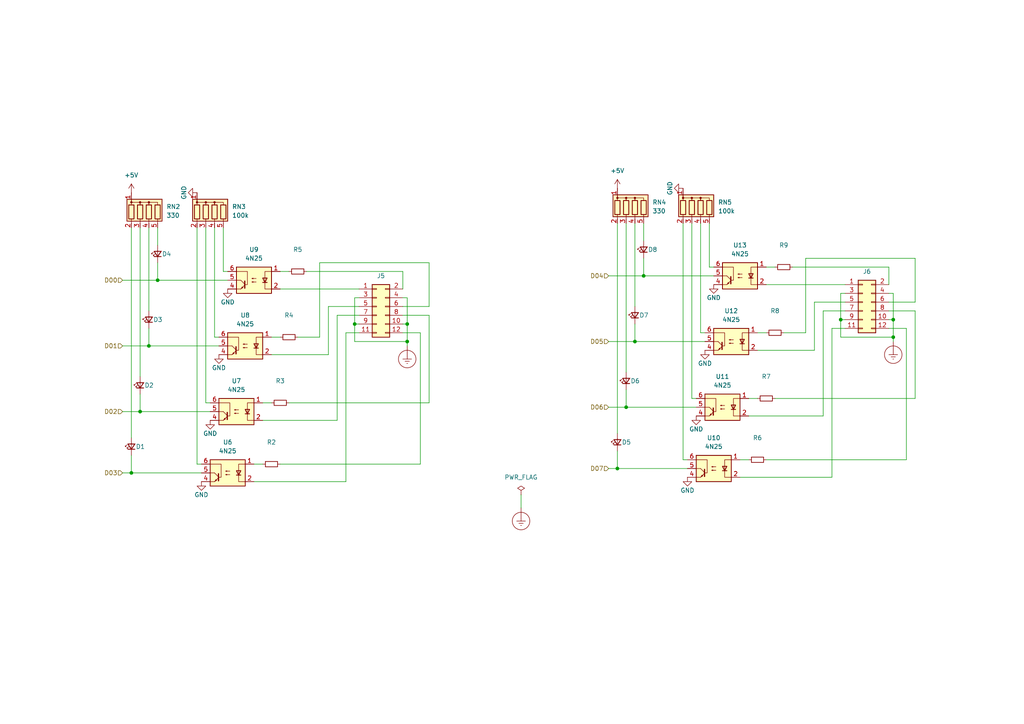
<source format=kicad_sch>
(kicad_sch (version 20211123) (generator eeschema)
  (paper "A4")
  (lib_symbols
    (symbol "Connector_Generic:Conn_02x06_Odd_Even" (pin_names (offset 1.016) hide)
      (property "Reference" "J" (at 1.27 7.62 0))
      (property "Value" "Conn_02x06_Odd_Even" (at 1.27 -10.16 0))
      (symbol "Conn_02x06_Odd_Even_1_1"
        (rectangle (start -1.27 -7.493) (end 0 -7.747) (stroke (width 0.1524)))
        (rectangle (start -1.27 -4.953) (end 0 -5.207) (stroke (width 0.1524)))
        (rectangle (start -1.27 -2.413) (end 0 -2.667) (stroke (width 0.1524)))
        (rectangle (start -1.27 0.127) (end 0 -0.127) (stroke (width 0.1524)))
        (rectangle (start -1.27 2.667) (end 0 2.413) (stroke (width 0.1524)))
        (rectangle (start -1.27 5.207) (end 0 4.953) (stroke (width 0.1524)))
        (rectangle (start -1.27 6.35) (end 3.81 -8.89) (stroke (width 0.254)) (fill (type background)))
        (rectangle (start 3.81 -7.493) (end 2.54 -7.747) (stroke (width 0.1524)))
        (rectangle (start 3.81 -4.953) (end 2.54 -5.207) (stroke (width 0.1524)))
        (rectangle (start 3.81 -2.413) (end 2.54 -2.667) (stroke (width 0.1524)))
        (rectangle (start 3.81 0.127) (end 2.54 -0.127) (stroke (width 0.1524)))
        (rectangle (start 3.81 2.667) (end 2.54 2.413) (stroke (width 0.1524)))
        (rectangle (start 3.81 5.207) (end 2.54 4.953) (stroke (width 0.1524)))
        (pin passive line (at -5.08 5.08 0) (length 3.81) (name "Pin_1") (number "1"))
        (pin passive line (at 7.62 -5.08 180) (length 3.81) (name "Pin_10") (number "10"))
        (pin passive line (at -5.08 -7.62 0) (length 3.81) (name "Pin_11") (number "11"))
        (pin passive line (at 7.62 -7.62 180) (length 3.81) (name "Pin_12") (number "12"))
        (pin passive line (at 7.62 5.08 180) (length 3.81) (name "Pin_2") (number "2"))
        (pin passive line (at -5.08 2.54 0) (length 3.81) (name "Pin_3") (number "3"))
        (pin passive line (at 7.62 2.54 180) (length 3.81) (name "Pin_4") (number "4"))
        (pin passive line (at -5.08 0 0) (length 3.81) (name "Pin_5") (number "5"))
        (pin passive line (at 7.62 0 180) (length 3.81) (name "Pin_6") (number "6"))
        (pin passive line (at -5.08 -2.54 0) (length 3.81) (name "Pin_7") (number "7"))
        (pin passive line (at 7.62 -2.54 180) (length 3.81) (name "Pin_8") (number "8"))
        (pin passive line (at -5.08 -5.08 0) (length 3.81) (name "Pin_9") (number "9"))
      )
    )
    (symbol "Device:LED_Small" (pin_numbers hide) (pin_names (offset 0.254) hide)
      (property "Reference" "D" (at -1.27 3.175 0))
      (property "Value" "LED_Small" (at -4.445 -2.54 0))
      (symbol "LED_Small_0_1"
        (polyline (pts (xy -0.762 -1.016) (xy -0.762 1.016)) (stroke (width 0.254)))
        (polyline (pts (xy 1.016 0) (xy -0.762 0)))
        (polyline (pts (xy 0.762 -1.016) (xy -0.762 0) (xy 0.762 1.016) (xy 0.762 -1.016)) (stroke (width 0.254)))
        (polyline (pts (xy 0 0.762) (xy -0.508 1.27) (xy -0.254 1.27) (xy -0.508 1.27) (xy -0.508 1.016)))
        (polyline (pts (xy 0.508 1.27) (xy 0 1.778) (xy 0.254 1.778) (xy 0 1.778) (xy 0 1.524)))
      )
      (symbol "LED_Small_1_1"
        (pin passive line (at -2.54 0 0) (length 1.778) (name "K") (number "1"))
        (pin passive line (at 2.54 0 180) (length 1.778) (name "A") (number "2"))
      )
    )
    (symbol "Device:R_Network04" (pin_names (offset 0) hide)
      (property "Reference" "RN" (at -7.62 0 90))
      (property "Value" "R_Network04" (at 5.08 0 90))
      (symbol "R_Network04_0_1"
        (rectangle (start -6.35 -3.175) (end 3.81 3.175) (stroke (width 0.254)) (fill (type background)))
        (rectangle (start -5.842 1.524) (end -4.318 -2.54) (stroke (width 0.254)))
        (circle (center -5.08 2.286) (radius 0.254) (fill (type outline)))
        (rectangle (start -3.302 1.524) (end -1.778 -2.54) (stroke (width 0.254)))
        (circle (center -2.54 2.286) (radius 0.254) (fill (type outline)))
        (rectangle (start -0.762 1.524) (end 0.762 -2.54) (stroke (width 0.254)))
        (polyline (pts (xy -5.08 -2.54) (xy -5.08 -3.81)))
        (polyline (pts (xy -2.54 -2.54) (xy -2.54 -3.81)))
        (polyline (pts (xy 0 -2.54) (xy 0 -3.81)))
        (polyline (pts (xy 2.54 -2.54) (xy 2.54 -3.81)))
        (polyline (pts (xy -5.08 1.524) (xy -5.08 2.286) (xy -2.54 2.286) (xy -2.54 1.524)))
        (polyline (pts (xy -2.54 1.524) (xy -2.54 2.286) (xy 0 2.286) (xy 0 1.524)))
        (polyline (pts (xy 0 1.524) (xy 0 2.286) (xy 2.54 2.286) (xy 2.54 1.524)))
        (circle (center 0 2.286) (radius 0.254) (fill (type outline)))
        (rectangle (start 1.778 1.524) (end 3.302 -2.54) (stroke (width 0.254)))
      )
      (symbol "R_Network04_1_1"
        (pin passive line (at -5.08 5.08 270) (length 2.54) (name "common") (number "1"))
        (pin passive line (at -5.08 -5.08 90) (length 1.27) (name "R1") (number "2"))
        (pin passive line (at -2.54 -5.08 90) (length 1.27) (name "R2") (number "3"))
        (pin passive line (at 0 -5.08 90) (length 1.27) (name "R3") (number "4"))
        (pin passive line (at 2.54 -5.08 90) (length 1.27) (name "R4") (number "5"))
      )
    )
    (symbol "Device:R_Small" (pin_numbers hide) (pin_names (offset 0.254) hide)
      (property "Reference" "R" (at 0.762 0.508 0))
      (property "Value" "R_Small" (at 0.762 -1.016 0))
      (symbol "R_Small_0_1"
        (rectangle (start -0.762 1.778) (end 0.762 -1.778) (stroke (width 0.2032)))
      )
      (symbol "R_Small_1_1"
        (pin passive line (at 0 2.54 270) (length 0.762) (name "~") (number "1"))
        (pin passive line (at 0 -2.54 90) (length 0.762) (name "~") (number "2"))
      )
    )
    (symbol "Isolator:4N25" (pin_names (offset 1.016))
      (property "Reference" "U" (at -5.08 5.08 0))
      (property "Value" "4N25" (at 0 5.08 0))
      (symbol "4N25_0_1"
        (rectangle (start -5.08 3.81) (end 5.08 -3.81) (stroke (width 0.254)) (fill (type background)))
        (polyline (pts (xy -3.81 -0.635) (xy -2.54 -0.635)) (stroke (width 0.254)))
        (polyline (pts (xy 2.667 -1.397) (xy 3.81 -2.54)))
        (polyline (pts (xy 2.667 -1.143) (xy 3.81 0)))
        (polyline (pts (xy 3.81 -2.54) (xy 5.08 -2.54)))
        (polyline (pts (xy 3.81 0) (xy 5.08 0)))
        (polyline (pts (xy 2.667 -0.254) (xy 2.667 -2.286) (xy 2.667 -2.286)) (stroke (width 0.3556)))
        (polyline (pts (xy -5.08 -2.54) (xy -3.175 -2.54) (xy -3.175 2.54) (xy -5.08 2.54)))
        (polyline (pts (xy -3.175 -0.635) (xy -3.81 0.635) (xy -2.54 0.635) (xy -3.175 -0.635)) (stroke (width 0.254)))
        (polyline (pts (xy 3.683 -2.413) (xy 3.429 -1.905) (xy 3.175 -2.159) (xy 3.683 -2.413)))
        (polyline (pts (xy 5.08 2.54) (xy 1.905 2.54) (xy 1.905 -1.27) (xy 2.54 -1.27)))
        (polyline (pts (xy -0.635 -0.508) (xy 0.635 -0.508) (xy 0.254 -0.635) (xy 0.254 -0.381) (xy 0.635 -0.508)))
        (polyline (pts (xy -0.635 0.508) (xy 0.635 0.508) (xy 0.254 0.381) (xy 0.254 0.635) (xy 0.635 0.508)))
      )
      (symbol "4N25_1_1"
        (pin passive line (at -7.62 2.54 0) (length 2.54) (name "~") (number "1"))
        (pin passive line (at -7.62 -2.54 0) (length 2.54) (name "~") (number "2"))
        (pin no_connect line (at -5.08 0 0) (length 2.54) hide (name "NC") (number "3"))
        (pin passive line (at 7.62 -2.54 180) (length 2.54) (name "~") (number "4"))
        (pin passive line (at 7.62 0 180) (length 2.54) (name "~") (number "5"))
        (pin passive line (at 7.62 2.54 180) (length 2.54) (name "~") (number "6"))
      )
    )
    (symbol "power:+5V" (power) (pin_names (offset 0))
      (property "Value" "+5V" (at 0 3.556 0))
      (symbol "+5V_0_1"
        (polyline (pts (xy -0.762 1.27) (xy 0 2.54)))
        (polyline (pts (xy 0 0) (xy 0 2.54)))
        (polyline (pts (xy 0 2.54) (xy 0.762 1.27)))
      )
      (symbol "+5V_1_1"
        (pin power_in line (at 0 0 90) (length 0) hide (name "+5V") (number "1"))
      )
    )
    (symbol "power:Earth_Protective" (power) (pin_names (offset 0))
      (symbol "Earth_Protective_0_1"
        (circle (center 0 -3.81) (radius 2.54))
        (polyline (pts (xy -0.635 -4.445) (xy 0.635 -4.445)))
        (polyline (pts (xy -0.127 -5.08) (xy 0.127 -5.08)))
        (polyline (pts (xy 0 -3.81) (xy 0 0)))
        (polyline (pts (xy 1.27 -3.81) (xy -1.27 -3.81)))
      )
      (symbol "Earth_Protective_1_1"
        (pin power_in line (at 0 0 270) (length 0) hide (name "Earth_Protective") (number "1"))
      )
    )
    (symbol "power:GND" (power) (pin_names (offset 0))
      (property "Value" "GND" (at 0 -3.81 0))
      (symbol "GND_0_1"
        (polyline (pts (xy 0 0) (xy 0 -1.27) (xy 1.27 -1.27) (xy 0 -2.54) (xy -1.27 -1.27) (xy 0 -1.27)))
      )
      (symbol "GND_1_1"
        (pin power_in line (at 0 0 270) (length 0) hide (name "GND") (number "1"))
      )
    )
    (symbol "power:PWR_FLAG" (power) (pin_numbers hide) (pin_names (offset 0) hide)
      (property "Value" "PWR_FLAG" (at 0 3.81 0))
      (symbol "PWR_FLAG_0_0"
        (pin power_out line (at 0 0 90) (length 0) (name "pwr") (number "1"))
      )
      (symbol "PWR_FLAG_0_1"
        (polyline (pts (xy 0 0) (xy 0 1.27) (xy -1.016 1.905) (xy 0 2.54) (xy 1.016 1.905) (xy 0 1.27)))
      )
    )
  )
  (junction (at 118.11 99.06))
  (junction (at 181.61 118.11))
  (junction (at 38.1 137.16))
  (junction (at 179.07 135.89))
  (junction (at 186.69 80.01))
  (junction (at 45.72 81.28))
  (junction (at 102.87 93.98))
  (junction (at 259.08 97.79))
  (junction (at 43.18 100.33))
  (junction (at 118.11 93.98))
  (junction (at 184.15 99.06))
  (junction (at 243.84 92.71))
  (junction (at 40.64 119.38))
  (junction (at 259.08 92.71))
  (wire (pts (xy 104.14 86.36) (xy 102.87 86.36)))
  (wire (pts (xy 121.92 96.52) (xy 121.92 134.62)))
  (wire (pts (xy 259.08 85.09) (xy 259.08 92.71)))
  (wire (pts (xy 100.33 139.7) (xy 73.66 139.7)))
  (wire (pts (xy 205.74 77.47) (xy 207.01 77.47)))
  (wire (pts (xy 95.25 88.9) (xy 95.25 102.87)))
  (wire (pts (xy 95.25 88.9) (xy 104.14 88.9)))
  (wire (pts (xy 184.15 99.06) (xy 204.47 99.06)))
  (wire (pts (xy 40.64 66.04) (xy 40.64 109.22)))
  (wire (pts (xy 43.18 100.33) (xy 63.5 100.33)))
  (wire (pts (xy 78.74 97.79) (xy 81.28 97.79)))
  (wire (pts (xy 45.72 76.2) (xy 45.72 81.28)))
  (wire (pts (xy 35.56 119.38) (xy 40.64 119.38)))
  (wire (pts (xy 262.89 133.35) (xy 222.25 133.35)))
  (wire (pts (xy 245.11 85.09) (xy 243.84 85.09)))
  (wire (pts (xy 116.84 78.74) (xy 116.84 83.82)))
  (wire (pts (xy 45.72 81.28) (xy 66.04 81.28)))
  (wire (pts (xy 241.3 138.43) (xy 214.63 138.43)))
  (wire (pts (xy 236.22 87.63) (xy 236.22 101.6)))
  (wire (pts (xy 64.77 66.04) (xy 64.77 78.74)))
  (wire (pts (xy 236.22 101.6) (xy 219.71 101.6)))
  (wire (pts (xy 243.84 92.71) (xy 243.84 97.79)))
  (wire (pts (xy 176.53 135.89) (xy 179.07 135.89)))
  (wire (pts (xy 116.84 96.52) (xy 121.92 96.52)))
  (wire (pts (xy 181.61 118.11) (xy 201.93 118.11)))
  (wire (pts (xy 116.84 93.98) (xy 118.11 93.98)))
  (wire (pts (xy 198.12 133.35) (xy 199.39 133.35)))
  (wire (pts (xy 38.1 132.08) (xy 38.1 137.16)))
  (wire (pts (xy 100.33 96.52) (xy 100.33 139.7)))
  (wire (pts (xy 83.82 116.84) (xy 124.46 116.84)))
  (wire (pts (xy 257.81 92.71) (xy 259.08 92.71)))
  (wire (pts (xy 176.53 80.01) (xy 186.69 80.01)))
  (wire (pts (xy 243.84 92.71) (xy 245.11 92.71)))
  (wire (pts (xy 245.11 95.25) (xy 241.3 95.25)))
  (wire (pts (xy 59.69 66.04) (xy 59.69 116.84)))
  (wire (pts (xy 205.74 64.77) (xy 205.74 77.47)))
  (wire (pts (xy 118.11 99.06) (xy 118.11 100.33)))
  (wire (pts (xy 118.11 93.98) (xy 118.11 99.06)))
  (wire (pts (xy 257.81 87.63) (xy 265.43 87.63)))
  (wire (pts (xy 179.07 64.77) (xy 179.07 125.73)))
  (wire (pts (xy 102.87 93.98) (xy 104.14 93.98)))
  (wire (pts (xy 181.61 113.03) (xy 181.61 118.11)))
  (wire (pts (xy 81.28 83.82) (xy 104.14 83.82)))
  (wire (pts (xy 104.14 96.52) (xy 100.33 96.52)))
  (wire (pts (xy 233.68 96.52) (xy 227.33 96.52)))
  (wire (pts (xy 124.46 91.44) (xy 124.46 116.84)))
  (wire (pts (xy 184.15 64.77) (xy 184.15 88.9)))
  (wire (pts (xy 35.56 100.33) (xy 43.18 100.33)))
  (wire (pts (xy 257.81 95.25) (xy 262.89 95.25)))
  (wire (pts (xy 229.87 77.47) (xy 257.81 77.47)))
  (wire (pts (xy 102.87 99.06) (xy 118.11 99.06)))
  (wire (pts (xy 203.2 64.77) (xy 203.2 96.52)))
  (wire (pts (xy 186.69 64.77) (xy 186.69 69.85)))
  (wire (pts (xy 35.56 137.16) (xy 38.1 137.16)))
  (wire (pts (xy 102.87 86.36) (xy 102.87 93.98)))
  (wire (pts (xy 102.87 93.98) (xy 102.87 99.06)))
  (wire (pts (xy 38.1 66.04) (xy 38.1 127)))
  (wire (pts (xy 40.64 114.3) (xy 40.64 119.38)))
  (wire (pts (xy 259.08 97.79) (xy 259.08 99.06)))
  (wire (pts (xy 118.11 86.36) (xy 118.11 93.98)))
  (wire (pts (xy 238.76 90.17) (xy 238.76 120.65)))
  (wire (pts (xy 88.9 78.74) (xy 116.84 78.74)))
  (wire (pts (xy 92.71 76.2) (xy 124.46 76.2)))
  (wire (pts (xy 184.15 93.98) (xy 184.15 99.06)))
  (wire (pts (xy 124.46 88.9) (xy 124.46 76.2)))
  (wire (pts (xy 243.84 97.79) (xy 259.08 97.79)))
  (wire (pts (xy 222.25 82.55) (xy 245.11 82.55)))
  (wire (pts (xy 121.92 134.62) (xy 81.28 134.62)))
  (wire (pts (xy 43.18 95.25) (xy 43.18 100.33)))
  (wire (pts (xy 73.66 134.62) (xy 76.2 134.62)))
  (wire (pts (xy 181.61 64.77) (xy 181.61 107.95)))
  (wire (pts (xy 151.13 143.51) (xy 151.13 147.32)))
  (wire (pts (xy 40.64 119.38) (xy 60.96 119.38)))
  (wire (pts (xy 59.69 116.84) (xy 60.96 116.84)))
  (wire (pts (xy 57.15 66.04) (xy 57.15 134.62)))
  (wire (pts (xy 104.14 91.44) (xy 97.79 91.44)))
  (wire (pts (xy 97.79 121.92) (xy 76.2 121.92)))
  (wire (pts (xy 257.81 77.47) (xy 257.81 82.55)))
  (wire (pts (xy 224.79 115.57) (xy 265.43 115.57)))
  (wire (pts (xy 203.2 96.52) (xy 204.47 96.52)))
  (wire (pts (xy 245.11 90.17) (xy 238.76 90.17)))
  (wire (pts (xy 92.71 97.79) (xy 86.36 97.79)))
  (wire (pts (xy 81.28 78.74) (xy 83.82 78.74)))
  (wire (pts (xy 238.76 120.65) (xy 217.17 120.65)))
  (wire (pts (xy 198.12 64.77) (xy 198.12 133.35)))
  (wire (pts (xy 176.53 118.11) (xy 181.61 118.11)))
  (wire (pts (xy 265.43 90.17) (xy 265.43 115.57)))
  (wire (pts (xy 257.81 90.17) (xy 265.43 90.17)))
  (wire (pts (xy 186.69 80.01) (xy 207.01 80.01)))
  (wire (pts (xy 116.84 86.36) (xy 118.11 86.36)))
  (wire (pts (xy 57.15 134.62) (xy 58.42 134.62)))
  (wire (pts (xy 95.25 102.87) (xy 78.74 102.87)))
  (wire (pts (xy 241.3 95.25) (xy 241.3 138.43)))
  (wire (pts (xy 35.56 81.28) (xy 45.72 81.28)))
  (wire (pts (xy 186.69 74.93) (xy 186.69 80.01)))
  (wire (pts (xy 176.53 99.06) (xy 184.15 99.06)))
  (wire (pts (xy 233.68 74.93) (xy 265.43 74.93)))
  (wire (pts (xy 259.08 92.71) (xy 259.08 97.79)))
  (wire (pts (xy 243.84 85.09) (xy 243.84 92.71)))
  (wire (pts (xy 179.07 130.81) (xy 179.07 135.89)))
  (wire (pts (xy 257.81 85.09) (xy 259.08 85.09)))
  (wire (pts (xy 233.68 74.93) (xy 233.68 96.52)))
  (wire (pts (xy 43.18 66.04) (xy 43.18 90.17)))
  (wire (pts (xy 64.77 78.74) (xy 66.04 78.74)))
  (wire (pts (xy 214.63 133.35) (xy 217.17 133.35)))
  (wire (pts (xy 38.1 137.16) (xy 58.42 137.16)))
  (wire (pts (xy 219.71 96.52) (xy 222.25 96.52)))
  (wire (pts (xy 116.84 91.44) (xy 124.46 91.44)))
  (wire (pts (xy 116.84 88.9) (xy 124.46 88.9)))
  (wire (pts (xy 265.43 87.63) (xy 265.43 74.93)))
  (wire (pts (xy 92.71 76.2) (xy 92.71 97.79)))
  (wire (pts (xy 76.2 116.84) (xy 78.74 116.84)))
  (wire (pts (xy 62.23 97.79) (xy 63.5 97.79)))
  (wire (pts (xy 97.79 91.44) (xy 97.79 121.92)))
  (wire (pts (xy 179.07 135.89) (xy 199.39 135.89)))
  (wire (pts (xy 262.89 95.25) (xy 262.89 133.35)))
  (wire (pts (xy 236.22 87.63) (xy 245.11 87.63)))
  (wire (pts (xy 45.72 66.04) (xy 45.72 71.12)))
  (wire (pts (xy 222.25 77.47) (xy 224.79 77.47)))
  (wire (pts (xy 200.66 115.57) (xy 201.93 115.57)))
  (wire (pts (xy 62.23 66.04) (xy 62.23 97.79)))
  (wire (pts (xy 200.66 64.77) (xy 200.66 115.57)))
  (wire (pts (xy 217.17 115.57) (xy 219.71 115.57)))
  (hierarchical_label "D07" (shape input) (at 176.53 135.89 180))
  (hierarchical_label "D00" (shape input) (at 35.56 81.28 180))
  (hierarchical_label "D03" (shape input) (at 35.56 137.16 180))
  (hierarchical_label "D05" (shape input) (at 176.53 99.06 180))
  (hierarchical_label "D01" (shape input) (at 35.56 100.33 180))
  (hierarchical_label "D06" (shape input) (at 176.53 118.11 180))
  (hierarchical_label "D02" (shape input) (at 35.56 119.38 180))
  (hierarchical_label "D04" (shape input) (at 176.53 80.01 180))
  (symbol (lib_id "power:GND") (at 201.93 120.65 0) (unit 1)
    (property "Reference" "#PWR034" (effects hide))
    (property "Value" "GND" (at 201.93 124.46 0))
  )
  (symbol (lib_id "Isolator:4N25") (at 71.12 100.33 0) (mirror y) (unit 1)
    (property "Reference" "U8" (at 71.12 91.44 0))
    (property "Value" "4N25" (at 71.12 93.98 0))
    (property "Footprint" "Package_DIP:DIP-6_W7.62mm" (effects hide))
    (property "Datasheet" "https://www.vishay.com/docs/83725/4n25.pdf" (effects hide))
  )
  (symbol (lib_id "Device:R_Network04") (at 203.2 59.69 0) (unit 1)
    (property "Reference" "RN5" (at 208.28 58.6739 0) (effects (justify left)))
    (property "Value" "100k" (at 208.28 61.2139 0) (effects (justify left)))
    (property "Footprint" "Resistor_THT:R_Array_SIP5" (effects hide))
    (property "Datasheet" "http://www.vishay.com/docs/31509/csc.pdf" (effects hide))
  )
  (symbol (lib_id "power:GND") (at 204.47 101.6 0) (unit 1)
    (property "Reference" "#PWR035" (effects hide))
    (property "Value" "GND" (at 204.47 105.41 0))
  )
  (symbol (lib_id "Device:LED_Small") (at 184.15 91.44 90) (unit 1)
    (property "Reference" "D7" (at 185.42 91.44 90) (effects (justify right)))
    (property "Value" "LED_Small" (effects hide))
  )
  (symbol (lib_id "Isolator:4N25") (at 68.58 119.38 0) (mirror y) (unit 1)
    (property "Reference" "U7" (at 68.58 110.49 0))
    (property "Value" "4N25" (at 68.58 113.03 0))
    (property "Footprint" "Package_DIP:DIP-6_W7.62mm" (effects hide))
    (property "Datasheet" "https://www.vishay.com/docs/83725/4n25.pdf" (effects hide))
  )
  (symbol (lib_id "power:+5V") (at 38.1 55.88 0) (unit 1)
    (property "Reference" "#PWR023" (effects hide))
    (property "Value" "+5V" (at 38.1 50.8 0))
  )
  (symbol (lib_id "Isolator:4N25") (at 212.09 99.06 0) (mirror y) (unit 1)
    (property "Reference" "U12" (at 212.09 90.17 0))
    (property "Value" "4N25" (at 212.09 92.71 0))
    (property "Footprint" "Package_DIP:DIP-6_W7.62mm" (effects hide))
    (property "Datasheet" "https://www.vishay.com/docs/83725/4n25.pdf" (effects hide))
  )
  (symbol (lib_id "power:GND") (at 66.04 83.82 0) (unit 1)
    (property "Reference" "#PWR028" (effects hide))
    (property "Value" "GND" (at 66.04 87.63 0))
  )
  (symbol (lib_id "power:GND") (at 207.01 82.55 0) (unit 1)
    (property "Reference" "#PWR036" (effects hide))
    (property "Value" "GND" (at 207.01 86.36 0))
  )
  (symbol (lib_id "Device:LED_Small") (at 186.69 72.39 90) (unit 1)
    (property "Reference" "D8" (at 187.96 72.39 90) (effects (justify right)))
    (property "Value" "LED_Small" (effects hide))
  )
  (symbol (lib_id "power:GND") (at 60.96 121.92 0) (unit 1)
    (property "Reference" "#PWR026" (effects hide))
    (property "Value" "GND" (at 60.96 125.73 0))
  )
  (symbol (lib_id "Device:R_Small") (at 224.79 96.52 90) (unit 1)
    (property "Reference" "R8" (at 224.79 90.17 90))
  )
  (symbol (lib_id "Connector_Generic:Conn_02x06_Odd_Even") (at 250.19 87.63 0) (unit 1)
    (property "Reference" "J6" (at 251.46 78.74 0))
    (property "Value" "Conn_02x06_Odd_Even" (effects hide))
  )
  (symbol (lib_id "Isolator:4N25") (at 73.66 81.28 0) (mirror y) (unit 1)
    (property "Reference" "U9" (at 73.66 72.39 0))
    (property "Value" "4N25" (at 73.66 74.93 0))
    (property "Footprint" "Package_DIP:DIP-6_W7.62mm" (effects hide))
    (property "Datasheet" "https://www.vishay.com/docs/83725/4n25.pdf" (effects hide))
  )
  (symbol (lib_id "Device:R_Network04") (at 62.23 60.96 0) (unit 1)
    (property "Reference" "RN3" (at 67.31 59.9439 0) (effects (justify left)))
    (property "Value" "100k" (at 67.31 62.4839 0) (effects (justify left)))
    (property "Footprint" "Resistor_THT:R_Array_SIP5" (effects hide))
    (property "Datasheet" "http://www.vishay.com/docs/31509/csc.pdf" (effects hide))
  )
  (symbol (lib_id "Isolator:4N25") (at 209.55 118.11 0) (mirror y) (unit 1)
    (property "Reference" "U11" (at 209.55 109.22 0))
    (property "Value" "4N25" (at 209.55 111.76 0))
    (property "Footprint" "Package_DIP:DIP-6_W7.62mm" (effects hide))
    (property "Datasheet" "https://www.vishay.com/docs/83725/4n25.pdf" (effects hide))
  )
  (symbol (lib_id "Device:R_Small") (at 86.36 78.74 90) (unit 1)
    (property "Reference" "R5" (at 86.36 72.39 90))
  )
  (symbol (lib_id "Connector_Generic:Conn_02x06_Odd_Even") (at 109.22 88.9 0) (unit 1)
    (property "Reference" "J5" (at 110.49 80.01 0))
    (property "Value" "Conn_02x06_Odd_Even" (effects hide))
  )
  (symbol (lib_id "Device:R_Network04") (at 184.15 59.69 0) (unit 1)
    (property "Reference" "RN4" (at 189.23 58.6739 0) (effects (justify left)))
    (property "Value" "330" (at 189.23 61.2139 0) (effects (justify left)))
    (property "Footprint" "Resistor_THT:R_Array_SIP5" (effects hide))
    (property "Datasheet" "http://www.vishay.com/docs/31509/csc.pdf" (effects hide))
  )
  (symbol (lib_id "Isolator:4N25") (at 66.04 137.16 0) (mirror y) (unit 1)
    (property "Reference" "U6" (at 66.04 128.27 0))
    (property "Value" "4N25" (at 66.04 130.81 0))
    (property "Footprint" "Package_DIP:DIP-6_W7.62mm" (effects hide))
    (property "Datasheet" "https://www.vishay.com/docs/83725/4n25.pdf" (effects hide))
  )
  (symbol (lib_id "power:GND") (at 57.15 55.88 270) (unit 1)
    (property "Reference" "#PWR024" (effects hide))
    (property "Value" "GND" (at 53.34 55.88 0))
  )
  (symbol (lib_id "power:Earth_Protective") (at 151.13 147.32 0) (unit 1)
    (property "Reference" "#PWR030" (effects hide))
    (property "Value" "Earth_Protective" (effects hide))
  )
  (symbol (lib_id "Device:R_Small") (at 78.74 134.62 90) (unit 1)
    (property "Reference" "R2" (at 78.74 128.27 90))
  )
  (symbol (lib_id "Isolator:4N25") (at 214.63 80.01 0) (mirror y) (unit 1)
    (property "Reference" "U13" (at 214.63 71.12 0))
    (property "Value" "4N25" (at 214.63 73.66 0))
    (property "Footprint" "Package_DIP:DIP-6_W7.62mm" (effects hide))
    (property "Datasheet" "https://www.vishay.com/docs/83725/4n25.pdf" (effects hide))
  )
  (symbol (lib_id "power:GND") (at 198.12 54.61 270) (unit 1)
    (property "Reference" "#PWR032" (effects hide))
    (property "Value" "GND" (at 194.31 54.61 0))
  )
  (symbol (lib_id "power:PWR_FLAG") (at 151.13 143.51 0) (unit 1)
    (property "Reference" "#FLG03" (effects hide))
    (property "Value" "PWR_FLAG" (at 151.13 138.43 0))
  )
  (symbol (lib_id "Device:LED_Small") (at 40.64 111.76 90) (unit 1)
    (property "Reference" "D2" (at 41.91 111.76 90) (effects (justify right)))
    (property "Value" "LED_Small" (effects hide))
  )
  (symbol (lib_id "Device:R_Small") (at 227.33 77.47 90) (unit 1)
    (property "Reference" "R9" (at 227.33 71.12 90))
  )
  (symbol (lib_id "Device:LED_Small") (at 38.1 129.54 90) (unit 1)
    (property "Reference" "D1" (at 39.37 129.54 90) (effects (justify right)))
    (property "Value" "LED_Small" (effects hide))
  )
  (symbol (lib_id "power:Earth_Protective") (at 259.08 99.06 0) (unit 1)
    (property "Reference" "#PWR037" (effects hide))
    (property "Value" "Earth_Protective" (effects hide))
  )
  (symbol (lib_id "Device:LED_Small") (at 45.72 73.66 90) (unit 1)
    (property "Reference" "D4" (at 46.99 73.66 90) (effects (justify right)))
    (property "Value" "LED_Small" (effects hide))
  )
  (symbol (lib_id "Device:R_Small") (at 83.82 97.79 90) (unit 1)
    (property "Reference" "R4" (at 83.82 91.44 90))
  )
  (symbol (lib_id "Device:R_Small") (at 81.28 116.84 90) (unit 1)
    (property "Reference" "R3" (at 81.28 110.49 90))
  )
  (symbol (lib_id "Device:LED_Small") (at 181.61 110.49 90) (unit 1)
    (property "Reference" "D6" (at 182.88 110.49 90) (effects (justify right)))
    (property "Value" "LED_Small" (effects hide))
  )
  (symbol (lib_id "Device:R_Network04") (at 43.18 60.96 0) (unit 1)
    (property "Reference" "RN2" (at 48.26 59.9439 0) (effects (justify left)))
    (property "Value" "330" (at 48.26 62.4839 0) (effects (justify left)))
    (property "Footprint" "Resistor_THT:R_Array_SIP5" (effects hide))
    (property "Datasheet" "http://www.vishay.com/docs/31509/csc.pdf" (effects hide))
  )
  (symbol (lib_id "Device:R_Small") (at 219.71 133.35 90) (unit 1)
    (property "Reference" "R6" (at 219.71 127 90))
  )
  (symbol (lib_id "Isolator:4N25") (at 207.01 135.89 0) (mirror y) (unit 1)
    (property "Reference" "U10" (at 207.01 127 0))
    (property "Value" "4N25" (at 207.01 129.54 0))
    (property "Footprint" "Package_DIP:DIP-6_W7.62mm" (effects hide))
    (property "Datasheet" "https://www.vishay.com/docs/83725/4n25.pdf" (effects hide))
  )
  (symbol (lib_id "power:Earth_Protective") (at 118.11 100.33 0) (unit 1)
    (property "Reference" "#PWR029" (effects hide))
    (property "Value" "Earth_Protective" (effects hide))
  )
  (symbol (lib_id "power:GND") (at 63.5 102.87 0) (unit 1)
    (property "Reference" "#PWR027" (effects hide))
    (property "Value" "GND" (at 63.5 106.68 0))
  )
  (symbol (lib_id "power:GND") (at 58.42 139.7 0) (unit 1)
    (property "Reference" "#PWR025" (effects hide))
    (property "Value" "GND" (at 58.42 143.51 0))
  )
  (symbol (lib_id "power:GND") (at 199.39 138.43 0) (unit 1)
    (property "Reference" "#PWR033" (effects hide))
    (property "Value" "GND" (at 199.39 142.24 0))
  )
  (symbol (lib_id "power:+5V") (at 179.07 54.61 0) (unit 1)
    (property "Reference" "#PWR031" (effects hide))
    (property "Value" "+5V" (at 179.07 49.53 0))
  )
  (symbol (lib_id "Device:R_Small") (at 222.25 115.57 90) (unit 1)
    (property "Reference" "R7" (at 222.25 109.22 90))
  )
  (symbol (lib_id "Device:LED_Small") (at 179.07 128.27 90) (unit 1)
    (property "Reference" "D5" (at 180.34 128.27 90) (effects (justify right)))
    (property "Value" "LED_Small" (effects hide))
  )
  (symbol (lib_id "Device:LED_Small") (at 43.18 92.71 90) (unit 1)
    (property "Reference" "D3" (at 44.45 92.71 90) (effects (justify right)))
    (property "Value" "LED_Small" (effects hide))
  )
)
</source>
